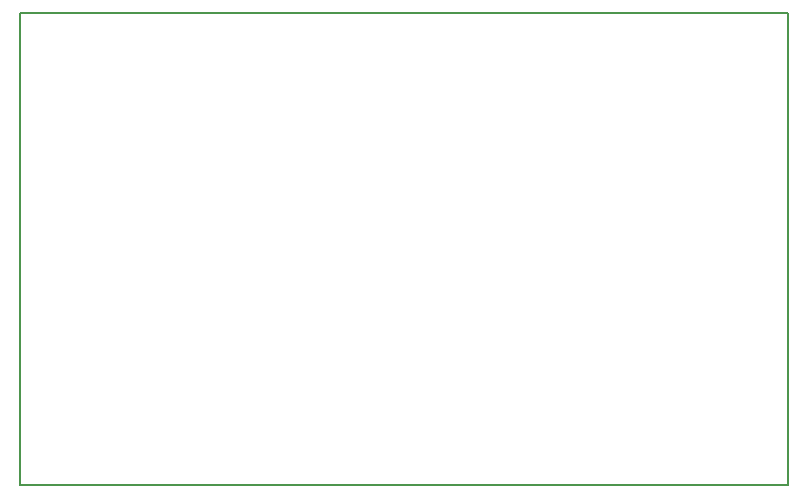
<source format=gto>
G04 #@! TF.GenerationSoftware,KiCad,Pcbnew,7.0*
G04 #@! TF.CreationDate,2025-05-30T00:00:00-00:00*
G04 #@! TF.ProjectId,ESP_SensorHub,45535020-5365-46e7-936f-724875622e6b,v1.0*
G04 #@! TF.SameCoordinates,Original*
G04 #@! TF.FileFunction,Legend,Top*
G04 #@! TF.FilePolarity,Positive*
%FSLAX34Y34*%
%MOMM*%
%LPD*%
G01*
G04 ESP Sensor Hub v1.0 - Top Silkscreen*
G04 Component labels and board information*
G04*
%ADD10C,0.1500*%
%ADD11C,0.2000*%
G04*
G04 Board outline*
D11*
X0Y0D02*
X650000Y0D01*
X650000Y400000D01*
X0Y400000D01*
X0Y0D01*
G04*
G04 Component reference designators*
G04 U1 - ESP32 Module*
D10*
X300000Y200000D02*
G04 Text: U1*
G04*
G04 Power LED indicators*
G04 PWR*
X550000Y320000D02*
G04 Text: PWR*
G04*
G04 STATUS*
X550000Y300000D02*
G04 Text: STA*
G04*
G04 WIFI*
X550000Y280000D02*
G04 Text: WiFi*
G04*
G04 ERROR*
X550000Y260000D02*
G04 Text: ERR*
G04*
G04 Programming header labels*
G04 3V3*
X380000Y100000D02*
G04 Text: 3V3*
G04*
G04 GND*
X400000Y100000D02*
G04 Text: GND*
G04*
G04 TX*
X420000Y100000D02*
G04 Text: TX*
G04*
G04 RX*
X440000Y100000D02*
G04 Text: RX*
G04*
G04 RST*
X460000Y100000D02*
G04 Text: RST*
G04*
G04 GPIO0*
X480000Y100000D02*
G04 Text: GPIO0*
G04*
G04 I2C connector labels*
G04 I2C1*
X100000Y180000D02*
G04 Text: I2C1*
G04*
G04 I2C2*
X100000Y230000D02*
G04 Text: I2C2*
G04*
G04 Board identification*
G04 ESP Sensor Hub*
X325000Y380000D02*
G04 Text: ESP Sensor Hub*
G04*
G04 v1.0*
X325000Y360000D02*
G04 Text: v1.0*
G04*
G04 Switch labels*
G04 RESET*
X300000Y330000D02*
G04 Text: RST*
G04*
G04 BOOT*
X350000Y330000D02*
G04 Text: BOOT*
G04*
G04 Test point labels*
G04 3V3*
X580000Y330000D02*
G04 Text: 3V3*
G04*
G04 GND*
X560000Y330000D02*
G04 Text: GND*
G04*
G04 5V*
X540000Y330000D02*
G04 Text: 5V*
G04*
M02*

</source>
